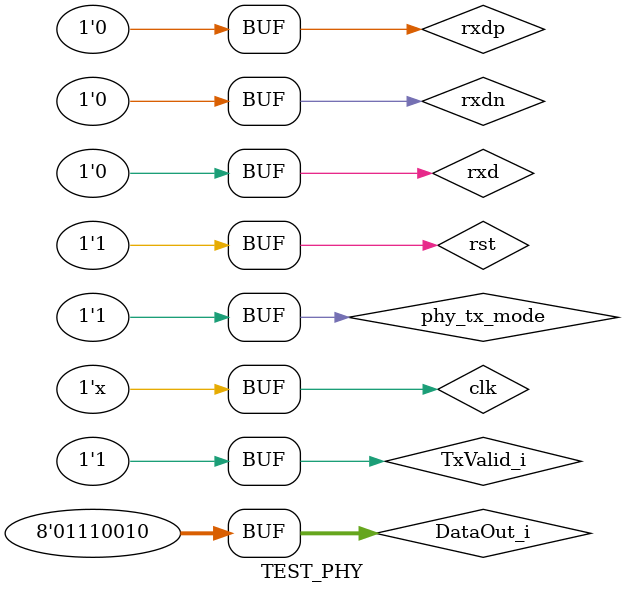
<source format=v>
`timescale 1ns / 1ps


module TEST_PHY;

	// Inputs
	reg clk;
	reg rst;
	reg phy_tx_mode;
	reg rxd;
	reg rxdp;
	reg rxdn;
	reg [7:0] DataOut_i;
	reg TxValid_i;

	// Outputs
	wire usb_rst;
	wire txdp;
	wire txdn;
	wire txoe;
	wire TxReady_o;
	wire RxValid_o;
	wire RxActive_o;
	wire RxError_o;
	wire [7:0] DataIn_o;
	wire [1:0] LineState_o;

	// Instantiate the Unit Under Test (UUT)
	usb_phy uut (
		.clk(clk), 
		.rst(rst), 
		.phy_tx_mode(phy_tx_mode), 
		.usb_rst(usb_rst), 
		.txdp(txdp), 
		.txdn(txdn), 
		.txoe(txoe), 
		.rxd(rxd), 
		.rxdp(rxdp), 
		.rxdn(rxdn), 
		.DataOut_i(DataOut_i), 
		.TxValid_i(TxValid_i), 
		.TxReady_o(TxReady_o), 
		.RxValid_o(RxValid_o), 
		.RxActive_o(RxActive_o), 
		.RxError_o(RxError_o), 
		.DataIn_o(DataIn_o), 
		.LineState_o(LineState_o)
	);

	initial begin
		// Initialize Inputs
		clk = 0;
		rst = 0;
		phy_tx_mode = 0;
		rxd = 0;
		rxdp = 0;
		rxdn = 0;
		DataOut_i = 8'b00000000;
		TxValid_i = 0;

		// Wait 100 ns for global reset to finish
		#100;
        
		// Add stimulus here
		//************************//
		#10;
		rst = 1;
		phy_tx_mode = 1;
		rxd = 0;
		rxdp = 0;
		rxdn = 0;
		DataOut_i = 8'hAB;
		TxValid_i = 1;
		//************************//
		#10;
		rst = 1;
		phy_tx_mode = 1;
		rxd = 0;
		rxdp = 0;
		rxdn = 0;
		DataOut_i = 8'hCD;
		TxValid_i = 0;
		//************************//
		#10;
		rst = 1;
		phy_tx_mode = 1;
		rxd = 0;
		rxdp = 0;
		rxdn = 0;
		DataOut_i = 8'h72;
		TxValid_i = 1;
	end
	always begin
		#5 clk = ~clk;
	end
endmodule


</source>
